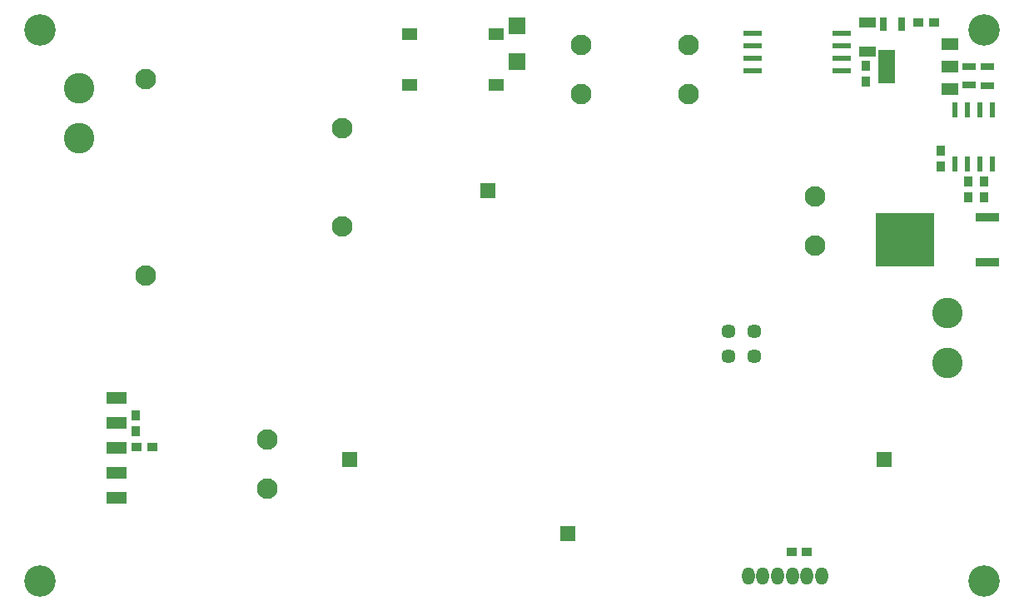
<source format=gbs>
G04*
G04 #@! TF.GenerationSoftware,Altium Limited,Altium Designer,23.5.1 (21)*
G04*
G04 Layer_Color=16711935*
%FSLAX25Y25*%
%MOIN*%
G70*
G04*
G04 #@! TF.SameCoordinates,AFD14176-74B1-4AA8-BEBF-F55300C3C1FD*
G04*
G04*
G04 #@! TF.FilePolarity,Negative*
G04*
G01*
G75*
%ADD25R,0.03494X0.04194*%
%ADD27R,0.03150X0.05512*%
%ADD28R,0.04194X0.03494*%
%ADD31R,0.05512X0.03150*%
%ADD35C,0.12205*%
%ADD36O,0.05118X0.07087*%
%ADD37C,0.08268*%
%ADD38R,0.05900X0.05900*%
%ADD39C,0.05721*%
%ADD40C,0.12611*%
%ADD51R,0.23300X0.21700*%
%ADD52R,0.09800X0.03700*%
%ADD53R,0.07600X0.02100*%
%ADD62R,0.08268X0.04724*%
%ADD63R,0.02362X0.06299*%
%ADD64R,0.06693X0.13386*%
%ADD65R,0.06693X0.05118*%
%ADD66R,0.06693X0.03937*%
%ADD67R,0.06496X0.05118*%
%ADD68R,0.06693X0.06693*%
D25*
X439764Y461417D02*
D03*
Y467717D02*
D03*
X762205Y567322D02*
D03*
Y573622D02*
D03*
X773228Y555118D02*
D03*
Y561418D02*
D03*
X779528Y555118D02*
D03*
Y561418D02*
D03*
X732283Y607875D02*
D03*
Y601575D02*
D03*
D27*
X746654Y624409D02*
D03*
X739173D02*
D03*
D28*
X446457Y455118D02*
D03*
X440157D02*
D03*
X753149Y625197D02*
D03*
X759449D02*
D03*
X702362Y412992D02*
D03*
X708662D02*
D03*
D31*
X773622Y600000D02*
D03*
Y607480D02*
D03*
X780709Y599803D02*
D03*
Y607283D02*
D03*
D35*
X764961Y488819D02*
D03*
Y508819D02*
D03*
X417323Y598740D02*
D03*
Y578740D02*
D03*
D36*
X714567Y403543D02*
D03*
X708661D02*
D03*
X702756D02*
D03*
X696850D02*
D03*
X690945D02*
D03*
X685039D02*
D03*
D37*
X711949Y555346D02*
D03*
Y535661D02*
D03*
X492520Y458268D02*
D03*
Y438583D02*
D03*
X618110Y596457D02*
D03*
Y616142D02*
D03*
X661024Y596457D02*
D03*
Y616142D02*
D03*
X522441Y582677D02*
D03*
Y543307D02*
D03*
X443701Y602362D02*
D03*
Y523622D02*
D03*
D38*
X580921Y557874D02*
D03*
X525591Y450000D02*
D03*
X612992Y420472D02*
D03*
X739370Y450000D02*
D03*
D39*
X687402Y491457D02*
D03*
X677165D02*
D03*
Y501575D02*
D03*
X687402D02*
D03*
D40*
X779528Y401575D02*
D03*
Y622047D02*
D03*
X401575D02*
D03*
Y401575D02*
D03*
D51*
X747759Y538134D02*
D03*
D52*
X780709Y529134D02*
D03*
Y547134D02*
D03*
D53*
X722624Y620886D02*
D03*
Y615886D02*
D03*
Y610886D02*
D03*
Y605886D02*
D03*
X686824D02*
D03*
Y610886D02*
D03*
Y615886D02*
D03*
Y620886D02*
D03*
D62*
X432283Y474882D02*
D03*
Y464882D02*
D03*
Y454882D02*
D03*
Y444882D02*
D03*
Y434882D02*
D03*
D63*
X767697Y568307D02*
D03*
X772697D02*
D03*
X777697D02*
D03*
X782697D02*
D03*
Y589961D02*
D03*
X777697D02*
D03*
X772697D02*
D03*
X767697D02*
D03*
D64*
X740551Y607480D02*
D03*
D65*
X765748Y598425D02*
D03*
Y607480D02*
D03*
Y616535D02*
D03*
D66*
X732677Y625000D02*
D03*
Y613583D02*
D03*
D67*
X549606Y599980D02*
D03*
Y620492D02*
D03*
X584252Y599980D02*
D03*
Y620492D02*
D03*
D68*
X592520Y609449D02*
D03*
Y623622D02*
D03*
M02*

</source>
